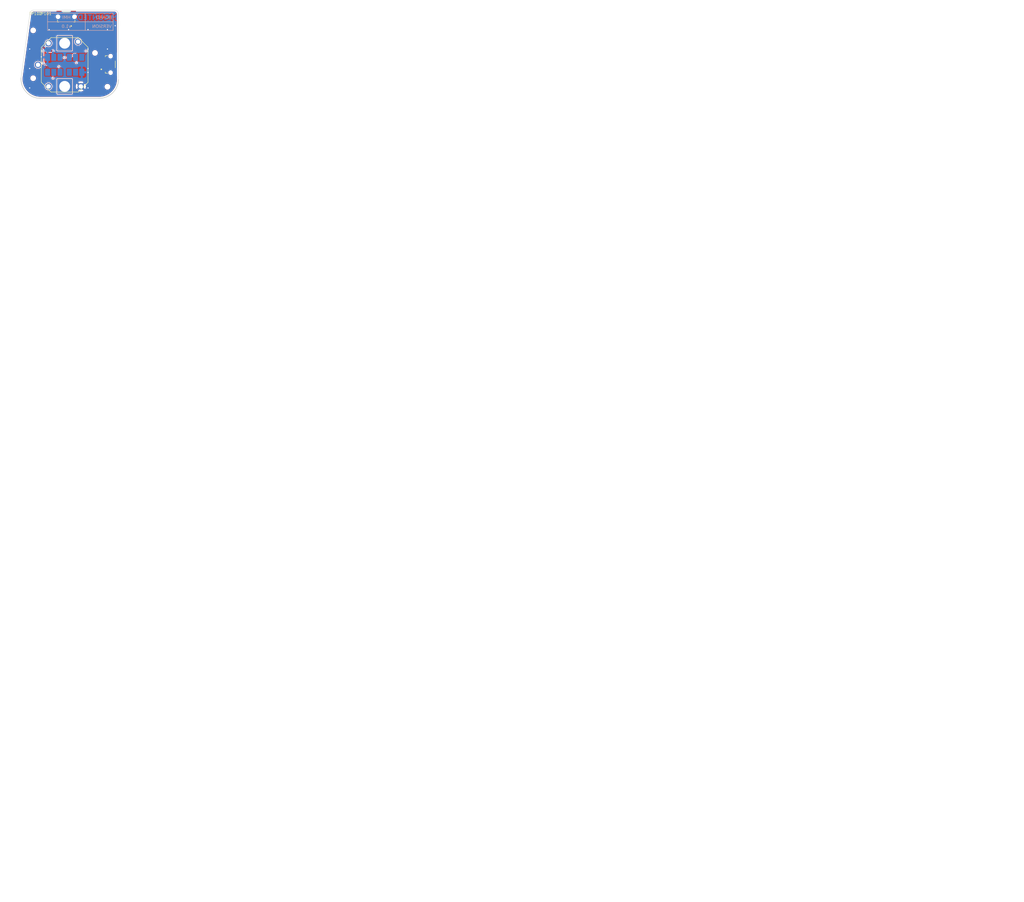
<source format=kicad_pcb>
(kicad_pcb (version 20221018) (generator pcbnew)
  (layers (0 "F.Cu" signal) (31 "B.Cu" signal) (34 "B.Paste" user) (35 "F.Paste" user) (36 "B.SilkS" user "B.Silkscreen") (37 "F.SilkS" user "F.Silkscreen") (38 "B.Mask" user) (39 "F.Mask" user) (44 "Edge.Cuts" user))
  (property "Author" "Julien CARAYON")
  (property "Company" "Mounted")
  (property "Date" "11/2023")
  (property "PCB name" "HMI")
  (property "Version" "v1.0")
  (net 0 "")
  (net 4 "/BUTTON2_HMI_BOARD")
  (net 5 "/BUTTON1_HMI_BOARD")
  (net 6 "/ENCODER_S1_HMI_BOARD")
  (net 7 "/ENCODER_B_HMI_BOARD")
  (net 8 "/ENCODER_A_HMI_BOARD")
  (net 9 "/ENCODER_S2_HMI_BOARD")
  (net 10 "VBUS")
  (net 11 "GND")
  (footprint ".mounted-lib:MountingHole_1.2mm_M1" (layer "F.Cu") (at 164.743827 104.36587)
    (fp_text reference "H103" hide)
    (fp_text value "H_MOUNTING_HOLE_M1")
    (pad "" np_thru_hole circle (at 0 0) (size 1.2 1.2) (drill 1.2) (layers "F&B.Cu" "*.Mask"))
  )
  (footprint ".mounted-lib:MountingHole_1.2mm_M1" (layer "F.Cu") (at 167.943827 113.06587)
    (fp_text reference "H104" hide)
    (fp_text value "H_MOUNTING_HOLE_M1")
    (pad "" np_thru_hole circle (at 0 0) (size 1.2 1.2) (drill 1.2) (layers "F&B.Cu" "*.Mask"))
  )
  (footprint ".mounted-lib:SW_SKRTLAE010" (layer "F.Cu") (at 157.343827 95.06587 180)
    (fp_text reference "SW103" hide)
    (fp_text value "SW_SKRTLAE010")
    (fp_line (start -2.25 -1.35) (end -1.92431 -1.35) (stroke (width 0.127)) (layer "F.SilkS"))
    (fp_line (start -2.25 -0.77) (end -2.25 -1.35) (stroke (width 0.127)) (layer "F.SilkS"))
    (fp_line (start -0.88 1.21) (end 0.88 1.21) (stroke (width 0.127)) (layer "F.SilkS"))
    (fp_line (start 1.924 -1.35) (end 2.25 -1.35) (stroke (width 0.127)) (layer "F.SilkS"))
    (fp_line (start 2.25 -1.35) (end 2.25 -0.77) (stroke (width 0.127)) (layer "F.SilkS"))
    (fp_circle (center -1.2676 -2.3732) (end -1.1676 -2.3732) (stroke (width 0.2)) (fill none) (layer "F.SilkS"))
    (pad "" np_thru_hole circle (at -2.125 0 180) (size 0.9 0.9) (drill 0.9) (layers "*.Cu" "*.Mask"))
    (pad "" np_thru_hole circle (at 2.125 0 180) (size 0.9 0.9) (drill 0.9) (layers "*.Cu" "*.Mask"))
    (pad "1" smd rect (at -1.225 -1.05 180) (size 0.75 1.5) (layers "F.Cu" "F.Paste" "F.Mask") (net 4 "/BUTTON2_HMI_BOARD"))
    (pad "1" smd rect (at 1.225 -1.05 180) (size 0.75 1.5) (layers "F.Cu" "F.Paste" "F.Mask") (net 4 "/BUTTON2_HMI_BOARD"))
    (pad "2" smd rect (at 0 -1.05 180) (size 0.6 1.5) (layers "F.Cu" "F.Paste" "F.Mask") (net 11 "GND"))
    (pad "3" smd rect (at -1.85 1.05 180) (size 1.3 0.9) (layers "F.Cu" "F.Paste" "F.Mask") (net 11 "GND"))
    (pad "3" smd rect (at 1.85 1.05 180) (size 1.3 0.9) (layers "F.Cu" "F.Paste" "F.Mask") (net 11 "GND"))
    (zone (net 0) (net_name "") (layer "F.Cu") (connect_pads (clearance 0)) (min_thickness 0.01)
      (keepout (tracks not_allowed) (vias not_allowed) (pads not_allowed) (copperpour not_allowed) (footprints allowed))
      (fill (thermal_gap 0.508) (thermal_bridge_width 0.508))
      (polygon (pts (xy 158.343827 94.76587) (xy 156.343827 94.76587) (xy 156.343827 93.56587) (xy 158.343827 93.56587)))
    )
  )
  (footprint ".mounted-lib:TESTPOINT_1.5MM" (layer "F.Cu") (at 149.443827 95.66587)
    (fp_text reference "TP102" (at 0 -1.4 unlocked) (layer "F.SilkS") (effects (font (size 0.7 0.7) (thickness 0.1))))
    (fp_text value "TESTPOINT_1.5MM" hide)
    (pad "1" smd circle (at 0 0) (size 1.5 1.5) (layers "F.Cu" "F.Mask") (net 11 "GND"))
  )
  (footprint ".mounted-lib:SW_SKRTLAE010" (layer "F.Cu") (at 168.743827 107.31012 90)
    (fp_text reference "SW102" hide)
    (fp_text value "SW_SKRTLAE010")
    (fp_line (start -2.25 -1.35) (end -1.92431 -1.35) (stroke (width 0.127)) (layer "F.SilkS"))
    (fp_line (start -2.25 -0.77) (end -2.25 -1.35) (stroke (width 0.127)) (layer "F.SilkS"))
    (fp_line (start -0.88 1.21) (end 0.88 1.21) (stroke (width 0.127)) (layer "F.SilkS"))
    (fp_line (start 1.924 -1.35) (end 2.25 -1.35) (stroke (width 0.127)) (layer "F.SilkS"))
    (fp_line (start 2.25 -1.35) (end 2.25 -0.77) (stroke (width 0.127)) (layer "F.SilkS"))
    (fp_circle (center -1.2676 -2.3732) (end -1.1676 -2.3732) (stroke (width 0.2)) (fill none) (layer "F.SilkS"))
    (pad "" np_thru_hole circle (at -2.125 0 90) (size 0.9 0.9) (drill 0.9) (layers "*.Cu" "*.Mask"))
    (pad "" np_thru_hole circle (at 2.125 0 90) (size 0.9 0.9) (drill 0.9) (layers "*.Cu" "*.Mask"))
    (pad "1" smd rect (at -1.225 -1.05 90) (size 0.75 1.5) (layers "F.Cu" "F.Paste" "F.Mask") (net 5 "/BUTTON1_HMI_BOARD"))
    (pad "1" smd rect (at 1.225 -1.05 90) (size 0.75 1.5) (layers "F.Cu" "F.Paste" "F.Mask") (net 5 "/BUTTON1_HMI_BOARD"))
    (pad "2" smd rect (at 0 -1.05 90) (size 0.6 1.5) (layers "F.Cu" "F.Paste" "F.Mask") (net 11 "GND"))
    (pad "3" smd rect (at -1.85 1.05 90) (size 1.3 0.9) (layers "F.Cu" "F.Paste" "F.Mask") (net 11 "GND"))
    (pad "3" smd rect (at 1.85 1.05 90) (size 1.3 0.9) (layers "F.Cu" "F.Paste" "F.Mask") (net 11 "GND"))
    (zone (net 0) (net_name "") (layer "F.Cu") (connect_pads (clearance 0)) (min_thickness 0.01)
      (keepout (tracks not_allowed) (vias not_allowed) (pads not_allowed) (copperpour not_allowed) (footprints allowed))
      (fill (thermal_gap 0.508) (thermal_bridge_width 0.508))
      (polygon (pts (xy 169.043827 108.31012) (xy 169.043827 106.31012) (xy 170.243827 106.31012) (xy 170.243827 108.31012)))
    )
  )
  (footprint ".mounted-lib:MountingHole_1.2mm_M1" (layer "F.Cu") (at 148.843827 98.56587)
    (fp_text reference "H101" hide)
    (fp_text value "H_MOUNTING_HOLE_M1")
    (pad "" np_thru_hole circle (at 0 0) (size 1.2 1.2) (drill 1.2) (layers "F&B.Cu" "*.Mask"))
  )
  (footprint ".mounted-lib:TESTPOINT_1.5MM" (layer "F.Cu") (at 151.943827 95.66587)
    (fp_text reference "TP101" (at 0 -1.4 unlocked) (layer "F.SilkS") (effects (font (size 0.7 0.7) (thickness 0.1))))
    (fp_text value "TESTPOINT_1.5MM" hide)
    (pad "1" smd circle (at 0 0) (size 1.5 1.5) (layers "F.Cu" "F.Mask") (net 10 "VBUS"))
  )
  (footprint ".mounted-lib:MountingHole_1.2mm_M1" (layer "F.Cu") (at 148.843827 110.86587)
    (fp_text reference "H104" hide)
    (fp_text value "H_MOUNTING_HOLE_M1")
    (pad "" np_thru_hole circle (at 0 0) (size 1.2 1.2) (drill 1.2) (layers "F&B.Cu" "*.Mask"))
  )
  (footprint ".mounted-lib:SW_EC12D1564404" (layer "F.Cu") (at 156.943827 107.41587 90)
    (fp_text reference "SW101" hide)
    (fp_text value "SW_EC12D1564404" hide)
    (fp_line (start -7 -3.5) (end -4.5 -6) (stroke (width 0.127)) (layer "F.SilkS"))
    (fp_line (start -7 3.5) (end -7 -3.5) (stroke (width 0.127)) (layer "F.SilkS"))
    (fp_line (start -4.5 -6) (end 4.5 -6) (stroke (width 0.127)) (layer "F.SilkS"))
    (fp_line (start -4.5 6) (end -7 3.5) (stroke (width 0.127)) (layer "F.SilkS"))
    (fp_line (start 4.5 -6) (end 7 -3.5) (stroke (width 0.127)) (layer "F.SilkS"))
    (fp_line (start 4.5 6) (end -4.5 6) (stroke (width 0.127)) (layer "F.SilkS"))
    (fp_line (start 7 -3.5) (end 7 3.5) (stroke (width 0.127)) (layer "F.SilkS"))
    (fp_line (start 7 3.5) (end 4.5 6) (stroke (width 0.127)) (layer "F.SilkS"))
    (pad "" thru_hole rect (at -5.55 0 90) (size 3.816 3.816) (drill 2.8) (layers "*.Cu" "*.Mask"))
    (pad "" thru_hole rect (at 5.55 0 90) (size 3.816 3.816) (drill 2.8) (layers "*.Cu" "*.Mask"))
    (pad "A" thru_hole circle (at -5.55 -4.15 90) (size 1.65 1.65) (drill 1.1) (layers "*.Cu" "*.Mask") (net 8 "/ENCODER_A_HMI_BOARD"))
    (pad "B" thru_hole circle (at 5.55 -4.15 90) (size 1.65 1.65) (drill 1.1) (layers "*.Cu" "*.Mask") (net 7 "/ENCODER_B_HMI_BOARD"))
    (pad "C" thru_hole circle (at -5.55 4.15 90) (size 1.65 1.65) (drill 1.1) (layers "*.Cu" "*.Mask") (net 11 "GND"))
    (pad "S1" thru_hole circle (at 5.95 3.45 90) (size 1.65 1.65) (drill 1.1) (layers "*.Cu" "*.Mask") (net 6 "/ENCODER_S1_HMI_BOARD"))
    (pad "S2" thru_hole circle (at 0 -6.85 90) (size 1.65 1.65) (drill 1.1) (layers "*.Cu" "*.Mask") (net 9 "/ENCODER_S2_HMI_BOARD"))
  )
  (footprint ".mounted-lib:J_788641001_PAD" (layer "B.Cu") (at 154.143827 107.41012 -90)
    (fp_text reference "J102" hide)
    (fp_text value "J_0788641001_PAD" hide)
    (pad "1" smd roundrect (at -1.925 -1.6 180) (size 1.3 1.85) (layers "B.Cu" "B.Mask") (roundrect_rratio 0.1) (net 6 "/ENCODER_S1_HMI_BOARD"))
    (pad "2" smd roundrect (at -1.925 0 180) (size 1.3 1.85) (layers "B.Cu" "B.Mask") (roundrect_rratio 0.1) (net 10 "VBUS"))
    (pad "3" smd roundrect (at -1.925 1.6 180) (size 1.3 1.85) (layers "B.Cu" "B.Mask") (roundrect_rratio 0.1) (net 11 "GND"))
    (pad "4" smd roundrect (at 1.925 1.6 180) (size 1.3 1.85) (layers "B.Cu" "B.Mask") (roundrect_rratio 0.1) (net 7 "/ENCODER_B_HMI_BOARD"))
    (pad "5" smd roundrect (at 1.925 0 180) (size 1.3 1.85) (layers "B.Cu" "B.Mask") (roundrect_rratio 0.1) (net 8 "/ENCODER_A_HMI_BOARD"))
    (pad "6" smd roundrect (at 1.925 -1.6 180) (size 1.3 1.85) (layers "B.Cu" "B.Mask") (roundrect_rratio 0.1) (net 9 "/ENCODER_S2_HMI_BOARD"))
  )
  (footprint ".mounted-lib:J_788641001_PAD" (layer "B.Cu") (at 159.743827 107.41012 90)
    (fp_text reference "J101" hide)
    (fp_text value "J_0788641001_PAD" hide)
    (pad "1" smd roundrect (at -1.925 -1.6) (size 1.3 1.85) (layers "B.Cu" "B.Mask") (roundrect_rratio 0.1))
    (pad "2" smd roundrect (at -1.925 0) (size 1.3 1.85) (layers "B.Cu" "B.Mask") (roundrect_rratio 0.1))
    (pad "3" smd roundrect (at -1.925 1.6) (size 1.3 1.85) (layers "B.Cu" "B.Mask") (roundrect_rratio 0.1) (net 11 "GND"))
    (pad "4" smd roundrect (at 1.925 1.6) (size 1.3 1.85) (layers "B.Cu" "B.Mask") (roundrect_rratio 0.1) (net 4 "/BUTTON2_HMI_BOARD"))
    (pad "5" smd roundrect (at 1.925 0) (size 1.3 1.85) (layers "B.Cu" "B.Mask") (roundrect_rratio 0.1) (net 5 "/BUTTON1_HMI_BOARD"))
    (pad "6" smd roundrect (at 1.925 -1.6) (size 1.3 1.85) (layers "B.Cu" "B.Mask") (roundrect_rratio 0.1))
  )
  (footprint ".mounted-lib:mounted_logo" (layer "B.Cu") (at 165.343827 95.16587 180)
    (fp_text reference "LOGO101" hide)
    (fp_text value "mounted_logo" hide)
    (fp_poly (pts (xy 2.461178 0.60323) (xy 2.461178 0.450412) (xy 2.268144 0.450412) (xy 2.075111 0.450412) (xy 2.075111 -0.160861) (xy 2.075111 -0.772134) (xy 1.930336 -0.772134) (xy 1.785561 -0.772134) (xy 1.785561 -0.160861) (xy 1.785561 0.450412) (xy 1.592527 0.450412) (xy 1.399493 0.450412) (xy 1.399493 0.60323) (xy 1.399493 0.756048) (xy 1.930336 0.756048) (xy 2.461178 0.756048)) (fill solid) (layer "B.Cu"))
    (fp_poly (pts (xy 3.458518 0.60323) (xy 3.458518 0.450412) (xy 3.233312 0.450412) (xy 3.008106 0.450412) (xy 3.008106 0.297594) (xy 3.008106 0.144775) (xy 3.209183 0.144775) (xy 3.41026 0.144775) (xy 3.41026 -0.008043) (xy 3.41026 -0.160861) (xy 3.209183 -0.160861) (xy 3.008106 -0.160861) (xy 3.008106 -0.313679) (xy 3.008106 -0.466498) (xy 3.249398 -0.466498) (xy 3.49069 -0.466498) (xy 3.49069 -0.619316) (xy 3.49069 -0.772134) (xy 3.09658 -0.772134) (xy 2.70247 -0.772134) (xy 2.70247 -0.008043) (xy 2.70247 0.756048) (xy 3.080494 0.756048) (xy 3.458518 0.756048)) (fill solid) (layer "B.Cu"))
    (fp_poly (pts (xy 0.069432 0.783578) (xy 0.091155 0.768302) (xy 0.121973 0.740372) (xy 0.163804 0.697763) (xy 0.218566 0.638455) (xy 0.288177 0.560426) (xy 0.374555 0.461652) (xy 0.477147 0.342979) (xy 0.860608 -0.102263) (xy 0.864892 0.326893) (xy 0.869177 0.756048) (xy 1.021732 0.756048) (xy 1.174288 0.756048) (xy 1.174288 -0.024129) (xy 1.174288 -0.804306) (xy 1.137765 -0.804306) (xy 1.121758 -0.797956) (xy 1.095258 -0.777776) (xy 1.056601 -0.742077) (xy 1.004123 -0.689166) (xy 0.936159 -0.617352) (xy 0.851045 -0.524945) (xy 0.747119 -0.410252) (xy 0.715504 -0.375119) (xy 0.329766 0.054069) (xy 0.325473 -0.359032) (xy 0.32118 -0.772134) (xy 0.168633 -0.772134) (xy 0.016086 -0.772134) (xy 0.016086 0.008043) (xy 0.016086 0.78822) (xy 0.054886 0.78822)) (fill solid) (layer "B.Cu"))
    (fp_poly (pts (xy -3.603293 0) (xy -3.603293 -0.772134) (xy -3.756111 -0.772134) (xy -3.90893 -0.772134) (xy -3.90893 -0.347301) (xy -3.90893 0.077531) (xy -4.105985 -0.123488) (xy -4.30304 -0.324506) (xy -4.499444 -0.118016) (xy -4.695849 0.088474) (xy -4.696499 -0.34183) (xy -4.69715 -0.772134) (xy -4.849968 -0.772134) (xy -5.002786 -0.772134) (xy -5.002786 0) (xy -5.002786 0.772134) (xy -4.950507 0.771793) (xy -4.933336 0.769907) (xy -4.914804 0.762728) (xy -4.892141 0.747632) (xy -4.862578 0.721996) (xy -4.823345 0.683195) (xy -4.771674 0.628606) (xy -4.704795 0.555605) (xy -4.619939 0.461568) (xy -4.601979 0.441579) (xy -4.524249 0.355596) (xy -4.453376 0.278286) (xy -4.392209 0.212669) (xy -4.343594 0.161764) (xy -4.31038 0.128591) (xy -4.295415 0.116168) (xy -4.295048 0.116176) (xy -4.281878 0.128852) (xy -4.25012 0.162353) (xy -4.202656 0.213547) (xy -4.142373 0.279303) (xy -4.072154 0.356489) (xy -3.994885 0.441973) (xy -3.990905 0.44639) (xy -3.901889 0.54478) (xy -3.831362 0.621531) (xy -3.776631 0.679222) (xy -3.735001 0.720429) (xy -3.703779 0.747728) (xy -3.680271 0.763697) (xy -3.661783 0.770912) (xy -3.650369 0.772134) (xy -3.603293 0.772134)) (fill solid) (layer "B.Cu"))
    (fp_poly (pts (xy 4.04164 0.755769) (xy 4.192494 0.75303) (xy 4.317273 0.744566) (xy 4.421708 0.729478) (xy 4.511534 0.706866) (xy 4.592482 0.675831) (xy 4.613234 0.666049) (xy 4.719388 0.597173) (xy 4.813708 0.50264) (xy 4.892456 0.387932) (xy 4.951894 0.25853) (xy 4.988282 0.119915) (xy 4.989089 0.114982) (xy 4.99793 -0.029146) (xy 4.980197 -0.172284) (xy 4.93825 -0.30946) (xy 4.874446 -0.4357) (xy 4.791144 -0.546031) (xy 4.690703 -0.635478) (xy 4.610466 -0.68349) (xy 4.531199 -0.716583) (xy 4.443701 -0.741082) (xy 4.342372 -0.757856) (xy 4.221617 -0.767775) (xy 4.075839 -0.771708) (xy 4.04164 -0.771855) (xy 3.780241 -0.772134) (xy 3.780241 -0.008043) (xy 3.780241 0.454249) (xy 4.085877 0.454249) (xy 4.085877 -0.008043) (xy 4.085877 -0.470335) (xy 4.234674 -0.463351) (xy 4.322959 -0.456684) (xy 4.388171 -0.445182) (xy 4.439257 -0.427119) (xy 4.450108 -0.421772) (xy 4.540496 -0.357349) (xy 4.610487 -0.270545) (xy 4.657691 -0.165642) (xy 4.67972 -0.046918) (xy 4.681064 -0.008043) (xy 4.667753 0.117403) (xy 4.627399 0.226312) (xy 4.573903 0.304316) (xy 4.513781 0.364468) (xy 4.449184 0.40569) (xy 4.372108 0.431353) (xy 4.274549 0.44483) (xy 4.234674 0.447265) (xy 4.085877 0.454249) (xy 3.780241 0.454249) (xy 3.780241 0.756048)) (fill solid) (layer "B.Cu"))
    (fp_poly (pts (xy -1.125969 0.221184) (xy -1.125865 0.075344) (xy -1.125459 -0.04188) (xy -1.124553 -0.134042) (xy -1.122952 -0.204698) (xy -1.120459 -0.257403) (xy -1.116878 -0.295713) (xy -1.112011 -0.323183) (xy -1.105663 -0.343368) (xy -1.097637 -0.359823) (xy -1.093464 -0.366895) (xy -1.049302 -0.41449) (xy -0.985672 -0.453702) (xy -0.915239 -0.477812) (xy -0.876081 -0.482231) (xy -0.810624 -0.470536) (xy -0.743454 -0.439216) (xy -0.686529 -0.395227) (xy -0.655535 -0.353895) (xy -0.647736 -0.335466) (xy -0.641508 -0.312393) (xy -0.636678 -0.2811) (xy -0.633073 -0.238012) (xy -0.630522 -0.179552) (xy -0.628851 -0.102146) (xy -0.627887 -0.002217) (xy -0.627458 0.12381) (xy -0.627384 0.229227) (xy -0.627359 0.756048) (xy -0.473425 0.756048) (xy -0.319491 0.756048) (xy -0.325048 0.197055) (xy -0.326763 0.038599) (xy -0.32878 -0.091367) (xy -0.331595 -0.196523) (xy -0.335706 -0.280549) (xy -0.341608 -0.347126) (xy -0.349798 -0.399936) (xy -0.360773 -0.442658) (xy -0.375028 -0.478975) (xy -0.39306 -0.512565) (xy -0.415366 -0.547111) (xy -0.427861 -0.565293) (xy -0.502437 -0.646126) (xy -0.599157 -0.71008) (xy -0.711413 -0.754714) (xy -0.832598 -0.777588) (xy -0.956106 -0.77626) (xy -0.986876 -0.771807) (xy -1.104452 -0.737131) (xy -1.211287 -0.678164) (xy -1.301587 -0.599442) (xy -1.369559 -0.505496) (xy -1.393624 -0.453541) (xy -1.401408 -0.429917) (xy -1.407768 -0.401704) (xy -1.412892 -0.365371) (xy -1.41697 -0.31739) (xy -1.420189 -0.254232) (xy -1.422739 -0.172366) (xy -1.424807 -0.068265) (xy -1.426582 0.061602) (xy -1.427943 0.189012) (xy -1.433543 0.756048) (xy -1.279786 0.756048) (xy -1.126029 0.756048)) (fill solid) (layer "B.Cu"))
    (fp_poly (pts (xy -2.383549 0.742996) (xy -2.23438 0.692604) (xy -2.096077 0.616635) (xy -1.996133 0.537649) (xy -1.948468 0.489597) (xy -1.90023 0.434474) (xy -1.8566 0.379031) (xy -1.822755 0.330022) (xy -1.803878 0.294199) (xy -1.801647 0.284121) (xy -1.816957 0.280985) (xy -1.859785 0.278215) (xy -1.925478 0.275954) (xy -2.009383 0.274345) (xy -2.106846 0.273534) (xy -2.146183 0.273464) (xy -2.2495 0.273023) (xy -2.342843 0.271791) (xy -2.421087 0.269901) (xy -2.47911 0.267491) (xy -2.51179 0.264694) (xy -2.516164 0.2637) (xy -2.528264 0.253434) (xy -2.535938 0.229982) (xy -2.540071 0.18755) (xy -2.54155 0.120344) (xy -2.541609 0.097175) (xy -2.539741 0.017429) (xy -2.531937 -0.047393) (xy -2.514891 -0.100522) (xy -2.485298 -0.145189) (xy -2.439855 -0.184627) (xy -2.375257 -0.222066) (xy -2.2882 -0.260737) (xy -2.175379 -0.303873) (xy -2.105796 -0.329011) (xy -2.01614 -0.361399) (xy -1.934292 -0.391602) (xy -1.86625 -0.417356) (xy -1.818016 -0.436398) (xy -1.798352 -0.444962) (xy -1.771297 -0.460537) (xy -1.76284 -0.477961) (xy -1.769934 -0.508966) (xy -1.776664 -0.528422) (xy -1.807625 -0.604915) (xy -1.843083 -0.674759) (xy -1.879358 -0.732213) (xy -1.912769 -0.771536) (xy -1.939636 -0.786988) (xy -1.9424 -0.78695) (xy -1.964804 -0.781166) (xy -2.002012 -0.768992) (xy -2.002723 -0.768743) (xy -2.048819 -0.751996) (xy -2.116575 -0.726612) (xy -2.202066 -0.694123) (xy -2.301366 -0.65606) (xy -2.410549 -0.613954) (xy -2.525689 -0.569338) (xy -2.642859 -0.523741) (xy -2.758135 -0.478697) (xy -2.86759 -0.435735) (xy -2.967298 -0.396388) (xy -3.053334 -0.362187) (xy -3.12177 -0.334664) (xy -3.168682 -0.31535) (xy -3.190143 -0.305775) (xy -3.190973 -0.305231) (xy -3.205472 -0.277917) (xy -3.221051 -0.226338) (xy -3.236241 -0.158302) (xy -3.249569 -0.081615) (xy -3.259565 -0.004084) (xy -3.264758 0.066485) (xy -3.265168 0.088474) (xy -3.254587 0.237002) (xy -3.221905 0.364848) (xy -3.165471 0.476166) (xy -3.083631 0.575111) (xy -3.06434 0.593532) (xy -2.960042 0.670903) (xy -2.838487 0.7253) (xy -2.695454 0.758594) (xy -2.690377 0.759346) (xy -2.537557 0.765885)) (fill solid) (layer "B.Cu"))
  )
  (footprint ".mounted-lib:Cartouche_IO" (layer "B.Cu") (at 162.243827 96.36587 180)
    (fp_text reference "CART101" hide)
    (fp_text value "Cartouche_IO" hide)
    (fp_text user "${PCB name}" (at 4.85 1.1 unlocked) (layer "B.SilkS") (effects (font (size 0.8 0.8)) (justify mirror)))
    (fp_text user "${Version}" (at 4.85 -1.2 unlocked) (layer "B.SilkS") (effects (font (size 0.8 0.8)) (justify mirror)))
    (fp_text user "VERSION" (at -6.8 -1.2) (layer "B.SilkS") (effects (font (size 0.8 0.8)) (justify left mirror)))
    (fp_text user "BOARD" (at -6.8 1.1) (layer "B.SilkS") (effects (font (size 0.8 0.8)) (justify left mirror)))
    (fp_line (start -7.15 -2.2) (end -7.15 2.2) (stroke (width 0.12)) (layer "B.SilkS"))
    (fp_line (start 0 -2.2) (end 0 2.2) (stroke (width 0.12)) (layer "B.SilkS"))
    (fp_line (start 9.7 -2.2) (end -7.15 -2.2) (stroke (width 0.12)) (layer "B.SilkS"))
    (fp_line (start 9.7 -2.2) (end 9.7 2.2) (stroke (width 0.12)) (layer "B.SilkS"))
    (fp_line (start 9.7 0) (end -7.15 0) (stroke (width 0.12)) (layer "B.SilkS"))
    (fp_line (start 9.7 2.2) (end -7.15 2.2) (stroke (width 0.12)) (layer "B.SilkS"))
  )
  (gr_line (start 150.728255 116.028448) (end 165.795087 116.028448) (stroke (width 0.2)) (layer "Edge.Cuts"))
  (gr_arc (start 148.0494 93.918656) (mid 148.418096 93.515219) (end 148.943827 93.36587) (stroke (width 0.1)) (layer "Edge.Cuts"))
  (gr_arc (start 169.743827 93.36587) (mid 170.450934 93.658763) (end 170.743827 94.36587) (stroke (width 0.1)) (layer "Edge.Cuts"))
  (gr_line (start 169.743827 93.36587) (end 148.943827 93.36587) (stroke (width 0.1)) (layer "Edge.Cuts"))
  (gr_line (start 170.789201 111.270959) (end 170.743827 94.36587) (stroke (width 0.1)) (layer "Edge.Cuts"))
  (gr_arc (start 150.728255 116.028448) (mid 147.117593 114.487224) (end 145.732869 110.813672) (stroke (width 0.2)) (layer "Edge.Cuts"))
  (gr_arc (start 170.789201 111.270959) (mid 169.243826 114.648713) (end 165.795087 116.028448) (stroke (width 0.2)) (layer "Edge.Cuts"))
  (gr_line (start 148.0494 93.918656) (end 145.732869 110.813672) (stroke (width 0.1)) (layer "Edge.Cuts"))
  (segment (start 156.543827 97.76587) (end 159.943827 97.76587) (width 0.1) (layer "F.Cu") (net 4))
  (segment (start 159.943827 97.76587) (end 160.081327 97.62837) (width 0.1) (layer "F.Cu") (net 4))
  (segment (start 156.118827 96.11587) (end 156.118827 97.34087) (width 0.1) (layer "F.Cu") (net 4))
  (segment (start 162.443827 103.86587) (end 162.443827 99.99087) (width 0.1) (layer "F.Cu") (net 4))
  (segment (start 162.443827 99.99087) (end 160.081327 97.62837) (width 0.1) (layer "F.Cu") (net 4))
  (segment (start 160.081327 97.62837) (end 158.568827 96.11587) (width 0.1) (layer "F.Cu") (net 4))
  (segment (start 156.118827 97.34087) (end 156.543827 97.76587) (width 0.1) (layer "F.Cu") (net 4))
  (via (at 162.443827 103.86587) (size 0.45) (drill 0.3) (layers "F.Cu" "B.Cu") (net 4))
  (segment (start 161.343827 105.48512) (end 162.443827 104.38512) (width 0.1) (layer "B.Cu") (net 4))
  (segment (start 162.443827 104.38512) (end 162.443827 103.86587) (width 0.1) (layer "B.Cu") (net 4))
  (segment (start 162.943827 107.36587) (end 159.943827 107.36587) (width 0.1) (layer "F.Cu") (net 5))
  (segment (start 166.313077 108.53512) (end 166.043827 108.26587) (width 0.1) (layer "F.Cu") (net 5))
  (segment (start 166.043827 108.26587) (end 166.043827 106.08512) (width 0.1) (layer "F.Cu") (net 5))
  (segment (start 167.693827 108.53512) (end 166.313077 108.53512) (width 0.1) (layer "F.Cu") (net 5))
  (segment (start 166.043827 106.08512) (end 164.224577 106.08512) (width 0.1) (layer "F.Cu") (net 5))
  (segment (start 167.693827 106.08512) (end 166.043827 106.08512) (width 0.1) (layer "F.Cu") (net 5))
  (segment (start 159.943827 107.36587) (end 159.943827 106.86587) (width 0.1) (layer "F.Cu") (net 5))
  (segment (start 164.224577 106.08512) (end 162.943827 107.36587) (width 0.1) (layer "F.Cu") (net 5))
  (via (at 159.943827 106.86587) (size 0.45) (drill 0.3) (layers "F.Cu" "B.Cu") (net 5))
  (segment (start 159.743827 106.66587) (end 159.743827 105.48512) (width 0.1) (layer "B.Cu") (net 5))
  (segment (start 159.943827 106.86587) (end 159.743827 106.66587) (width 0.1) (layer "B.Cu") (net 5))
  (segment (start 156.843827 105.56587) (end 158.443827 105.56587) (width 0.1) (layer "F.Cu") (net 6))
  (segment (start 160.393827 103.61587) (end 160.393827 101.46587) (width 0.1) (layer "F.Cu") (net 6))
  (segment (start 158.443827 105.56587) (end 160.393827 103.61587) (width 0.1) (layer "F.Cu") (net 6))
  (via (at 156.843827 105.56587) (size 0.45) (drill 0.3) (layers "F.Cu" "B.Cu") (net 6))
  (segment (start 156.763077 105.48512) (end 156.843827 105.56587) (width 0.1) (layer "B.Cu") (net 6))
  (segment (start 155.743827 105.48512) (end 156.763077 105.48512) (width 0.1) (layer "B.Cu") (net 6))
  (segment (start 151.443827 103.96587) (end 151.343827 103.86587) (width 0.1) (layer "F.Cu") (net 7))
  (segment (start 151.443827 106.96587) (end 151.443827 103.96587) (width 0.1) (layer "F.Cu") (net 7))
  (via (at 151.343827 103.86587) (size 0.45) (drill 0.3) (layers "F.Cu" "B.Cu") (net 7))
  (via (at 151.443827 106.96587) (size 0.45) (drill 0.3) (layers "F.Cu" "B.Cu") (net 7))
  (segment (start 152.543827 108.06587) (end 151.443827 106.96587) (width 0.1) (layer "B.Cu") (net 7))
  (segment (start 152.543827 109.33512) (end 152.543827 108.06587) (width 0.1) (layer "B.Cu") (net 7))
  (segment (start 151.343827 103.31587) (end 152.793827 101.86587) (width 0.1) (layer "B.Cu") (net 7))
  (segment (start 151.343827 103.86587) (end 151.343827 103.31587) (width 0.1) (layer "B.Cu") (net 7))
  (segment (start 153.943827 111.81587) (end 153.943827 110.86587) (width 0.1) (layer "F.Cu") (net 8))
  (segment (start 152.793827 112.96587) (end 153.943827 111.81587) (width 0.1) (layer "F.Cu") (net 8))
  (via (at 153.943827 110.86587) (size 0.45) (drill 0.3) (layers "F.Cu" "B.Cu") (net 8))
  (segment (start 153.943827 110.86587) (end 154.143827 110.66587) (width 0.1) (layer "B.Cu") (net 8))
  (segment (start 154.143827 110.66587) (end 154.143827 109.33512) (width 0.1) (layer "B.Cu") (net 8))
  (segment (start 154.993827 107.41587) (end 155.443827 107.86587) (width 0.1) (layer "F.Cu") (net 9))
  (segment (start 150.093827 107.41587) (end 154.993827 107.41587) (width 0.1) (layer "F.Cu") (net 9))
  (via (at 155.443827 107.86587) (size 0.45) (drill 0.3) (layers "F.Cu" "B.Cu") (net 9))
  (segment (start 155.443827 107.86587) (end 155.743827 108.16587) (width 0.1) (layer "B.Cu") (net 9))
  (segment (start 155.743827 108.16587) (end 155.743827 109.33512) (width 0.1) (layer "B.Cu") (net 9))
  (segment (start 152.443827 103.86587) (end 153.943827 103.86587) (width 0.5) (layer "F.Cu") (net 10))
  (segment (start 150.943827 96.66587) (end 150.943827 102.36587) (width 0.5) (layer "F.Cu") (net 10))
  (segment (start 150.943827 102.36587) (end 152.443827 103.86587) (width 0.5) (layer "F.Cu") (net 10))
  (segment (start 151.943827 95.66587) (end 150.943827 96.66587) (width 0.5) (layer "F.Cu") (net 10))
  (via (at 153.943827 103.86587) (size 0.45) (drill 0.3) (layers "F.Cu" "B.Cu") (net 10))
  (segment (start 153.943827 105.28512) (end 154.143827 105.48512) (width 0.5) (layer "B.Cu") (net 10))
  (segment (start 153.943827 103.86587) (end 153.943827 105.28512) (width 0.5) (layer "B.Cu") (net 10))
  (via (at 162.943827 98.36587) (size 0.45) (drill 0.3) (layers "F.Cu" "B.Cu") (net 11))
  (via (at 162.943827 109.36587) (size 0.45) (drill 0.3) (layers "F.Cu" "B.Cu") (net 11))
  (via (at 169.943827 97.36587) (size 0.45) (drill 0.3) (layers "F.Cu" "B.Cu") (net 11))
  (via (at 167.943827 103.36587) (size 0.45) (drill 0.3) (layers "F.Cu" "B.Cu") (net 11))
  (via (at 150.943827 105.36587) (size 0.45) (drill 0.3) (layers "F.Cu" "B.Cu") (net 11))
  (via (at 147.943827 108.36587) (size 0.45) (drill 0.3) (layers "F.Cu" "B.Cu") (net 11))
  (via (at 162.943827 113.36587) (size 0.45) (drill 0.3) (layers "F.Cu" "B.Cu") (net 11))
  (via (at 147.943827 113.36587) (size 0.45) (drill 0.3) (layers "F.Cu" "B.Cu") (net 11))
  (via (at 152.943827 98.36587) (size 0.45) (drill 0.3) (layers "F.Cu" "B.Cu") (net 11))
  (via (at 157.943827 98.36587) (size 0.45) (drill 0.3) (layers "F.Cu" "B.Cu") (net 11))
  (via (at 162.943827 108.36587) (size 0.45) (drill 0.3) (layers "F.Cu" "B.Cu") (net 11))
  (via (at 147.943827 103.36587) (size 0.45) (drill 0.3) (layers "F.Cu" "B.Cu") (net 11))
  (via (at 167.943827 98.36587) (size 0.45) (drill 0.3) (layers "F.Cu" "B.Cu") (net 11))
  (via (at 162.943827 103.36587) (size 0.45) (drill 0.3) (layers "F.Cu" "B.Cu") (net 11))
  (segment (start 152.543827 105.48512) (end 151.063077 105.48512) (width 0.5) (layer "B.Cu") (net 11))
  (segment (start 161.343827 109.33512) (end 162.913077 109.33512) (width 0.5) (layer "B.Cu") (net 11))
  (segment (start 151.063077 105.48512) (end 150.943827 105.36587) (width 0.5) (layer "B.Cu") (net 11))
  (segment (start 162.913077 109.33512) (end 162.943827 109.36587) (width 0.5) (layer "B.Cu") (net 11))
  (zone (net 11) (net_name "GND") (layers "F&B.Cu") (connect_pads (clearance 0.2)) (min_thickness 0.25) (fill yes (thermal_gap 0.5) (thermal_bridge_width 0.5))
    (polygon (pts (xy 145.443827 92.36587) (xy 170.943827 92.36587) (xy 171.443827 116.36587) (xy 145.443827 116.36587)))
  )
)
</source>
